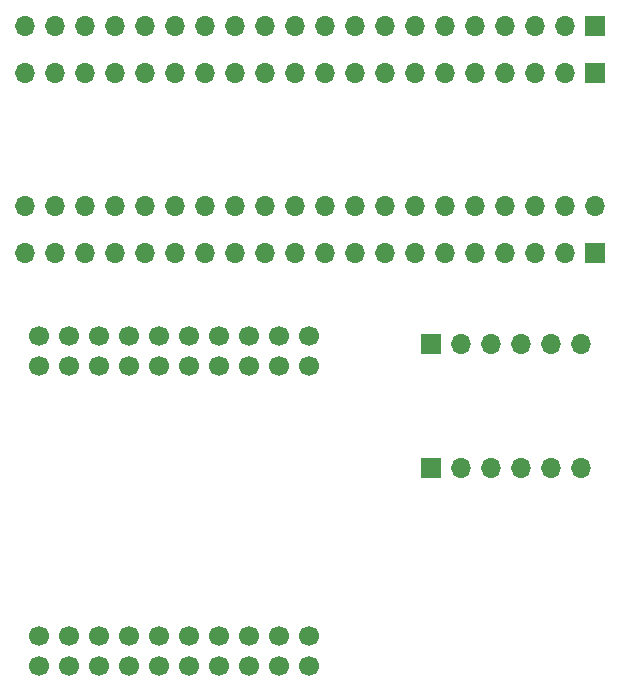
<source format=gts>
G04 #@! TF.GenerationSoftware,KiCad,Pcbnew,(5.1.6)-1*
G04 #@! TF.CreationDate,2021-12-03T11:19:17+02:00*
G04 #@! TF.ProjectId,df_selector_inverted,64665f73-656c-4656-9374-6f725f696e76,rev?*
G04 #@! TF.SameCoordinates,Original*
G04 #@! TF.FileFunction,Soldermask,Top*
G04 #@! TF.FilePolarity,Negative*
%FSLAX46Y46*%
G04 Gerber Fmt 4.6, Leading zero omitted, Abs format (unit mm)*
G04 Created by KiCad (PCBNEW (5.1.6)-1) date 2021-12-03 11:19:17*
%MOMM*%
%LPD*%
G01*
G04 APERTURE LIST*
%ADD10O,1.700000X1.700000*%
%ADD11R,1.700000X1.700000*%
%ADD12C,1.700000*%
G04 APERTURE END LIST*
D10*
X119760000Y-123250000D03*
X122300000Y-123250000D03*
X117220000Y-123250000D03*
D11*
X109600000Y-123250000D03*
D10*
X114680000Y-123250000D03*
X112140000Y-123250000D03*
X122300000Y-133750000D03*
X119760000Y-133750000D03*
X117220000Y-133750000D03*
X114680000Y-133750000D03*
X112140000Y-133750000D03*
D11*
X109600000Y-133750000D03*
D12*
X76420000Y-147980000D03*
X76420000Y-150520000D03*
X78960000Y-150520000D03*
X78960000Y-147980000D03*
X81500000Y-150520000D03*
X81500000Y-147980000D03*
X84040000Y-150520000D03*
X84040000Y-147980000D03*
X86580000Y-150520000D03*
X86580000Y-147980000D03*
X89120000Y-150520000D03*
X89120000Y-147980000D03*
X91660000Y-150520000D03*
X91660000Y-147980000D03*
X94200000Y-150520000D03*
X94200000Y-147980000D03*
X96740000Y-150520000D03*
X96740000Y-147980000D03*
X99280000Y-150520000D03*
X99280000Y-147980000D03*
X76420000Y-125120000D03*
X76420000Y-122580000D03*
X78960000Y-125120000D03*
X78960000Y-122580000D03*
X81500000Y-125120000D03*
X81500000Y-122580000D03*
X84040000Y-125120000D03*
X84040000Y-122580000D03*
X86580000Y-125120000D03*
X86580000Y-122580000D03*
X89120000Y-125120000D03*
X89120000Y-122580000D03*
X91660000Y-125120000D03*
X91660000Y-122580000D03*
X94200000Y-125120000D03*
X94200000Y-122580000D03*
X96740000Y-125120000D03*
X96740000Y-122580000D03*
X99280000Y-125120000D03*
X99280000Y-122580000D03*
D10*
X123510000Y-111540000D03*
X75250000Y-96300000D03*
X120970000Y-111540000D03*
X77790000Y-96300000D03*
X118430000Y-111540000D03*
X80330000Y-96300000D03*
X115890000Y-111540000D03*
X82870000Y-96300000D03*
X113350000Y-111540000D03*
X85410000Y-96300000D03*
X110810000Y-111540000D03*
X87950000Y-96300000D03*
X108270000Y-111540000D03*
X90490000Y-96300000D03*
X105730000Y-111540000D03*
X93030000Y-96300000D03*
X103190000Y-111540000D03*
X95570000Y-96300000D03*
X100650000Y-111540000D03*
X98110000Y-96300000D03*
X98110000Y-111540000D03*
X100650000Y-96300000D03*
X95570000Y-111540000D03*
X103190000Y-96300000D03*
X93030000Y-111540000D03*
X105730000Y-96300000D03*
X90490000Y-111540000D03*
X108270000Y-96300000D03*
X87950000Y-111540000D03*
X110810000Y-96300000D03*
X85410000Y-111540000D03*
X113350000Y-96300000D03*
X82870000Y-111540000D03*
X115890000Y-96300000D03*
X80330000Y-111540000D03*
X118430000Y-96300000D03*
X77790000Y-111540000D03*
X120970000Y-96300000D03*
X75250000Y-111540000D03*
D11*
X123510000Y-96300000D03*
X123500000Y-100300000D03*
D10*
X120960000Y-100300000D03*
X118420000Y-100300000D03*
X115880000Y-100300000D03*
X113340000Y-100300000D03*
X110800000Y-100300000D03*
X108260000Y-100300000D03*
X105720000Y-100300000D03*
X103180000Y-100300000D03*
X100640000Y-100300000D03*
X98100000Y-100300000D03*
X95560000Y-100300000D03*
X93020000Y-100300000D03*
X90480000Y-100300000D03*
X87940000Y-100300000D03*
X85400000Y-100300000D03*
X82860000Y-100300000D03*
X80320000Y-100300000D03*
X77780000Y-100300000D03*
X75240000Y-100300000D03*
X75240000Y-115550000D03*
X77780000Y-115550000D03*
X80320000Y-115550000D03*
X82860000Y-115550000D03*
X85400000Y-115550000D03*
X87940000Y-115550000D03*
X90480000Y-115550000D03*
X93020000Y-115550000D03*
X95560000Y-115550000D03*
X98100000Y-115550000D03*
X100640000Y-115550000D03*
X103180000Y-115550000D03*
X105720000Y-115550000D03*
X108260000Y-115550000D03*
X110800000Y-115550000D03*
X113340000Y-115550000D03*
X115880000Y-115550000D03*
X118420000Y-115550000D03*
X120960000Y-115550000D03*
D11*
X123500000Y-115550000D03*
M02*

</source>
